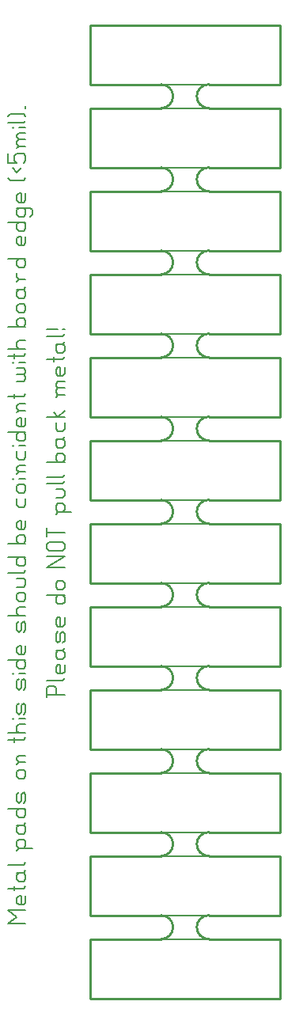
<source format=gbr>
G04 start of page 4 for group 2 idx 2 *
G04 Title: (unknown), outline *
G04 Creator: pcb 4.0.2 *
G04 CreationDate: Thu Feb 25 03:30:48 2021 UTC *
G04 For: petersen *
G04 Format: Gerber/RS-274X *
G04 PCB-Dimensions (mil): 1500.00 4200.00 *
G04 PCB-Coordinate-Origin: lower left *
%MOIN*%
%FSLAX25Y25*%
%LNOUTLINE*%
%ADD27C,0.0094*%
%ADD26C,0.0080*%
%ADD25C,0.0100*%
G54D25*X140000Y250000D02*Y275000D01*
Y215000D02*Y240000D01*
Y180000D02*Y205000D01*
X110000Y275000D02*X140000D01*
X110000Y250000D02*X140000D01*
X110000Y240000D02*X140000D01*
X110000Y215000D02*X140000D01*
X110000Y205000D02*X140000D01*
X110000Y180000D02*X140000D01*
X60000Y415000D02*Y390000D01*
Y380000D02*Y355000D01*
Y345000D02*Y320000D01*
X140000Y415000D02*X60000D01*
Y390000D02*X90000D01*
X60000Y380000D02*X90000D01*
G54D26*X60000Y390000D02*X140000D01*
Y380000D02*X60000D01*
G54D25*Y355000D02*X90000D01*
X60000Y345000D02*X90000D01*
G54D26*X60000Y355000D02*X140000D01*
Y345000D02*X60000D01*
G54D25*X140000Y390000D02*Y415000D01*
X110000Y390000D02*X140000D01*
X110000Y380000D02*X140000D01*
Y285000D02*Y310000D01*
Y355000D02*Y380000D01*
Y320000D02*Y345000D01*
X110000Y355000D02*X140000D01*
X110000Y345000D02*X140000D01*
X60000Y310000D02*Y285000D01*
X90000D01*
X60000Y320000D02*X90000D01*
X110000D02*X140000D01*
G54D26*X60000D02*X140000D01*
G54D25*X60000Y310000D02*X90000D01*
X110000D02*X140000D01*
X110000Y285000D02*X140000D01*
G54D26*X60000D02*X140000D01*
Y310000D02*X60000D01*
Y250000D02*X140000D01*
Y275000D02*X60000D01*
Y215000D02*X140000D01*
X60000Y180000D02*X140000D01*
Y205000D02*X60000D01*
X140000Y240000D02*X60000D01*
G54D25*X140000Y145000D02*Y170000D01*
Y110000D02*Y135000D01*
Y75000D02*Y100000D01*
Y40000D02*Y65000D01*
X110000Y75000D02*X140000D01*
X110000Y65000D02*X140000D01*
G54D26*X60000D01*
G54D25*Y40000D02*X90000D01*
X110000D02*X140000D01*
G54D26*X60000D02*X140000D01*
X60000Y75000D02*X140000D01*
Y100000D02*X60000D01*
G54D25*Y275000D02*Y250000D01*
Y275000D02*X90000D01*
X60000Y250000D02*X90000D01*
X60000Y240000D02*X90000D01*
X60000Y205000D02*Y180000D01*
Y170000D02*Y145000D01*
Y135000D02*Y110000D01*
Y100000D02*Y75000D01*
Y240000D02*Y215000D01*
X90000D01*
X60000Y205000D02*X90000D01*
X60000Y180000D02*X90000D01*
X60000Y65000D02*Y40000D01*
X140000Y5000D02*Y30000D01*
X60000Y5000D02*X140000D01*
X60000Y30000D02*X90000D01*
X110000D02*X140000D01*
G54D26*X60000D01*
G54D25*Y5000D01*
Y110000D02*X90000D01*
X60000Y100000D02*X90000D01*
X60000Y75000D02*X90000D01*
X60000Y65000D02*X90000D01*
X60000Y170000D02*X90000D01*
G54D26*X140000D02*X60000D01*
G54D25*X110000D02*X140000D01*
X110000Y145000D02*X140000D01*
X110000Y135000D02*X140000D01*
X110000Y110000D02*X140000D01*
X110000Y100000D02*X140000D01*
X60000Y145000D02*X90000D01*
X60000Y135000D02*X90000D01*
G54D26*X60000Y145000D02*X140000D01*
X60000Y110000D02*X140000D01*
Y135000D02*X60000D01*
G54D25*X95000Y315000D02*G75*G03X90000Y320000I-5000J0D01*G01*
X95000Y315000D02*G75*G02X90000Y310000I-5000J0D01*G01*
X95000Y280000D02*G75*G03X90000Y285000I-5000J0D01*G01*
X95000Y280000D02*G75*G02X90000Y275000I-5000J0D01*G01*
X105000Y315000D02*G75*G03X110000Y310000I5000J0D01*G01*
X105000Y280000D02*G75*G02X110000Y285000I5000J0D01*G01*
X105000Y280000D02*G75*G03X110000Y275000I5000J0D01*G01*
X105000Y245000D02*G75*G02X110000Y250000I5000J0D01*G01*
X105000Y245000D02*G75*G03X110000Y240000I5000J0D01*G01*
X95000Y350000D02*G75*G03X90000Y355000I-5000J0D01*G01*
X95000Y350000D02*G75*G02X90000Y345000I-5000J0D01*G01*
X105000Y350000D02*G75*G02X110000Y355000I5000J0D01*G01*
X105000Y350000D02*G75*G03X110000Y345000I5000J0D01*G01*
X95000Y385000D02*G75*G03X90000Y390000I-5000J0D01*G01*
X95000Y385000D02*G75*G02X90000Y380000I-5000J0D01*G01*
X105000Y385000D02*G75*G02X110000Y390000I5000J0D01*G01*
X105000Y385000D02*G75*G03X110000Y380000I5000J0D01*G01*
X105000Y315000D02*G75*G02X110000Y320000I5000J0D01*G01*
X95000Y245000D02*G75*G03X90000Y250000I-5000J0D01*G01*
X95000Y245000D02*G75*G02X90000Y240000I-5000J0D01*G01*
X95000Y210000D02*G75*G03X90000Y215000I-5000J0D01*G01*
X95000Y210000D02*G75*G02X90000Y205000I-5000J0D01*G01*
X105000Y210000D02*G75*G02X110000Y215000I5000J0D01*G01*
X105000Y210000D02*G75*G03X110000Y205000I5000J0D01*G01*
X105000Y175000D02*G75*G02X110000Y180000I5000J0D01*G01*
X105000Y175000D02*G75*G03X110000Y170000I5000J0D01*G01*
X95000Y175000D02*G75*G03X90000Y180000I-5000J0D01*G01*
X95000Y175000D02*G75*G02X90000Y170000I-5000J0D01*G01*
X95000Y140000D02*G75*G03X90000Y145000I-5000J0D01*G01*
X95000Y140000D02*G75*G02X90000Y135000I-5000J0D01*G01*
X95000Y105000D02*G75*G03X90000Y110000I-5000J0D01*G01*
X95000Y105000D02*G75*G02X90000Y100000I-5000J0D01*G01*
X105000Y140000D02*G75*G02X110000Y145000I5000J0D01*G01*
X105000Y140000D02*G75*G03X110000Y135000I5000J0D01*G01*
X105000Y105000D02*G75*G02X110000Y110000I5000J0D01*G01*
X105000Y105000D02*G75*G03X110000Y100000I5000J0D01*G01*
X105000Y70000D02*G75*G02X110000Y75000I5000J0D01*G01*
X105000Y70000D02*G75*G03X110000Y65000I5000J0D01*G01*
X95000Y70000D02*G75*G03X90000Y75000I-5000J0D01*G01*
X95000Y70000D02*G75*G02X90000Y65000I-5000J0D01*G01*
X95000Y35000D02*G75*G03X90000Y40000I-5000J0D01*G01*
X95000Y35000D02*G75*G02X90000Y30000I-5000J0D01*G01*
X105000Y35000D02*G75*G02X110000Y40000I5000J0D01*G01*
X105000Y35000D02*G75*G03X110000Y30000I5000J0D01*G01*
G54D26*X25380Y36500D02*X32900D01*
X25380D02*X29140Y39320D01*
X25380Y42140D01*
X32900D01*
Y48156D02*Y45336D01*
X31960Y44396D02*X32900Y45336D01*
X30080Y44396D02*X31960D01*
X30080D02*X29140Y45336D01*
Y47216D02*Y45336D01*
Y47216D02*X30080Y48156D01*
X31020D02*Y44396D01*
X30080Y48156D02*X31020D01*
X25380Y51352D02*X31960D01*
X32900Y52292D01*
X28200D02*Y50412D01*
X29140Y56992D02*X30080Y57932D01*
X29140Y56992D02*Y55112D01*
X30080Y54172D02*X29140Y55112D01*
X30080Y54172D02*X31960D01*
X32900Y55112D01*
X29140Y57932D02*X31960D01*
X32900Y58872D01*
Y56992D02*Y55112D01*
Y56992D02*X31960Y57932D01*
X25380Y61128D02*X31960D01*
X32900Y62068D01*
X30080Y68272D02*X35720D01*
X29140Y67332D02*X30080Y68272D01*
X29140Y69212D01*
Y71092D02*Y69212D01*
Y71092D02*X30080Y72032D01*
X31960D01*
X32900Y71092D02*X31960Y72032D01*
X32900Y71092D02*Y69212D01*
X31960Y68272D02*X32900Y69212D01*
X29140Y77108D02*X30080Y78048D01*
X29140Y77108D02*Y75228D01*
X30080Y74288D02*X29140Y75228D01*
X30080Y74288D02*X31960D01*
X32900Y75228D01*
X29140Y78048D02*X31960D01*
X32900Y78988D01*
Y77108D02*Y75228D01*
Y77108D02*X31960Y78048D01*
X25380Y85004D02*X32900D01*
Y84064D02*X31960Y85004D01*
X32900Y84064D02*Y82184D01*
X31960Y81244D02*X32900Y82184D01*
X30080Y81244D02*X31960D01*
X30080D02*X29140Y82184D01*
Y84064D02*Y82184D01*
Y84064D02*X30080Y85004D01*
X32900Y91020D02*Y88200D01*
Y91020D02*X31960Y91960D01*
X31020Y91020D02*X31960Y91960D01*
X31020Y91020D02*Y88200D01*
X30080Y87260D02*X31020Y88200D01*
X30080Y87260D02*X29140Y88200D01*
Y91020D02*Y88200D01*
Y91020D02*X30080Y91960D01*
X31960Y87260D02*X32900Y88200D01*
X30080Y97600D02*X31960D01*
X30080D02*X29140Y98540D01*
Y100420D02*Y98540D01*
Y100420D02*X30080Y101360D01*
X31960D01*
X32900Y100420D02*X31960Y101360D01*
X32900Y100420D02*Y98540D01*
X31960Y97600D02*X32900Y98540D01*
X30080Y104556D02*X32900D01*
X30080D02*X29140Y105496D01*
Y106436D02*Y105496D01*
Y106436D02*X30080Y107376D01*
X32900D01*
X29140Y103616D02*X30080Y104556D01*
X25380Y113956D02*X31960D01*
X32900Y114896D01*
X28200D02*Y113016D01*
X25380Y116776D02*X32900D01*
X30080D02*X29140Y117716D01*
Y119596D02*Y117716D01*
Y119596D02*X30080Y120536D01*
X32900D01*
G54D27*X27260Y122792D02*X27448D01*
G54D26*X30080D02*X32900D01*
Y128432D02*Y125612D01*
Y128432D02*X31960Y129372D01*
X31020Y128432D02*X31960Y129372D01*
X31020Y128432D02*Y125612D01*
X30080Y124672D02*X31020Y125612D01*
X30080Y124672D02*X29140Y125612D01*
Y128432D02*Y125612D01*
Y128432D02*X30080Y129372D01*
X31960Y124672D02*X32900Y125612D01*
Y138772D02*Y135952D01*
Y138772D02*X31960Y139712D01*
X31020Y138772D02*X31960Y139712D01*
X31020Y138772D02*Y135952D01*
X30080Y135012D02*X31020Y135952D01*
X30080Y135012D02*X29140Y135952D01*
Y138772D02*Y135952D01*
Y138772D02*X30080Y139712D01*
X31960Y135012D02*X32900Y135952D01*
G54D27*X27260Y141968D02*X27448D01*
G54D26*X30080D02*X32900D01*
X25380Y147608D02*X32900D01*
Y146668D02*X31960Y147608D01*
X32900Y146668D02*Y144788D01*
X31960Y143848D02*X32900Y144788D01*
X30080Y143848D02*X31960D01*
X30080D02*X29140Y144788D01*
Y146668D02*Y144788D01*
Y146668D02*X30080Y147608D01*
X32900Y153624D02*Y150804D01*
X31960Y149864D02*X32900Y150804D01*
X30080Y149864D02*X31960D01*
X30080D02*X29140Y150804D01*
Y152684D02*Y150804D01*
Y152684D02*X30080Y153624D01*
X31020D02*Y149864D01*
X30080Y153624D02*X31020D01*
X32900Y163024D02*Y160204D01*
Y163024D02*X31960Y163964D01*
X31020Y163024D02*X31960Y163964D01*
X31020Y163024D02*Y160204D01*
X30080Y159264D02*X31020Y160204D01*
X30080Y159264D02*X29140Y160204D01*
Y163024D02*Y160204D01*
Y163024D02*X30080Y163964D01*
X31960Y159264D02*X32900Y160204D01*
X25380Y166220D02*X32900D01*
X30080D02*X29140Y167160D01*
Y169040D02*Y167160D01*
Y169040D02*X30080Y169980D01*
X32900D01*
X30080Y172236D02*X31960D01*
X30080D02*X29140Y173176D01*
Y175056D02*Y173176D01*
Y175056D02*X30080Y175996D01*
X31960D01*
X32900Y175056D02*X31960Y175996D01*
X32900Y175056D02*Y173176D01*
X31960Y172236D02*X32900Y173176D01*
X29140Y178252D02*X31960D01*
X32900Y179192D01*
Y181072D02*Y179192D01*
Y181072D02*X31960Y182012D01*
X29140D02*X31960D01*
X25380Y184268D02*X31960D01*
X32900Y185208D01*
X25380Y190848D02*X32900D01*
Y189908D02*X31960Y190848D01*
X32900Y189908D02*Y188028D01*
X31960Y187088D02*X32900Y188028D01*
X30080Y187088D02*X31960D01*
X30080D02*X29140Y188028D01*
Y189908D02*Y188028D01*
Y189908D02*X30080Y190848D01*
X25380Y196488D02*X32900D01*
X31960D02*X32900Y197428D01*
Y199308D02*Y197428D01*
Y199308D02*X31960Y200248D01*
X30080D02*X31960D01*
X29140Y199308D02*X30080Y200248D01*
X29140Y199308D02*Y197428D01*
X30080Y196488D02*X29140Y197428D01*
X32900Y206264D02*Y203444D01*
X31960Y202504D02*X32900Y203444D01*
X30080Y202504D02*X31960D01*
X30080D02*X29140Y203444D01*
Y205324D02*Y203444D01*
Y205324D02*X30080Y206264D01*
X31020D02*Y202504D01*
X30080Y206264D02*X31020D01*
X29140Y215664D02*Y212844D01*
X30080Y211904D02*X29140Y212844D01*
X30080Y211904D02*X31960D01*
X32900Y212844D01*
Y215664D02*Y212844D01*
X30080Y217920D02*X31960D01*
X30080D02*X29140Y218860D01*
Y220740D02*Y218860D01*
Y220740D02*X30080Y221680D01*
X31960D01*
X32900Y220740D02*X31960Y221680D01*
X32900Y220740D02*Y218860D01*
X31960Y217920D02*X32900Y218860D01*
G54D27*X27260Y223936D02*X27448D01*
G54D26*X30080D02*X32900D01*
X30080Y226756D02*X32900D01*
X30080D02*X29140Y227696D01*
Y228636D02*Y227696D01*
Y228636D02*X30080Y229576D01*
X32900D01*
X29140Y225816D02*X30080Y226756D01*
X29140Y235592D02*Y232772D01*
X30080Y231832D02*X29140Y232772D01*
X30080Y231832D02*X31960D01*
X32900Y232772D01*
Y235592D02*Y232772D01*
G54D27*X27260Y237848D02*X27448D01*
G54D26*X30080D02*X32900D01*
X25380Y243488D02*X32900D01*
Y242548D02*X31960Y243488D01*
X32900Y242548D02*Y240668D01*
X31960Y239728D02*X32900Y240668D01*
X30080Y239728D02*X31960D01*
X30080D02*X29140Y240668D01*
Y242548D02*Y240668D01*
Y242548D02*X30080Y243488D01*
X32900Y249504D02*Y246684D01*
X31960Y245744D02*X32900Y246684D01*
X30080Y245744D02*X31960D01*
X30080D02*X29140Y246684D01*
Y248564D02*Y246684D01*
Y248564D02*X30080Y249504D01*
X31020D02*Y245744D01*
X30080Y249504D02*X31020D01*
X30080Y252700D02*X32900D01*
X30080D02*X29140Y253640D01*
Y254580D02*Y253640D01*
Y254580D02*X30080Y255520D01*
X32900D01*
X29140Y251760D02*X30080Y252700D01*
X25380Y258716D02*X31960D01*
X32900Y259656D01*
X28200D02*Y257776D01*
X29140Y264920D02*X31960D01*
X32900Y265860D01*
Y266800D02*Y265860D01*
Y266800D02*X31960Y267740D01*
X29140D02*X31960D01*
X32900Y268680D01*
Y269620D02*Y268680D01*
Y269620D02*X31960Y270560D01*
X29140D02*X31960D01*
G54D27*X27260Y272816D02*X27448D01*
G54D26*X30080D02*X32900D01*
X25380Y275636D02*X31960D01*
X32900Y276576D01*
X28200D02*Y274696D01*
X25380Y278456D02*X32900D01*
X30080D02*X29140Y279396D01*
Y281276D02*Y279396D01*
Y281276D02*X30080Y282216D01*
X32900D01*
X25380Y287856D02*X32900D01*
X31960D02*X32900Y288796D01*
Y290676D02*Y288796D01*
Y290676D02*X31960Y291616D01*
X30080D02*X31960D01*
X29140Y290676D02*X30080Y291616D01*
X29140Y290676D02*Y288796D01*
X30080Y287856D02*X29140Y288796D01*
X30080Y293872D02*X31960D01*
X30080D02*X29140Y294812D01*
Y296692D02*Y294812D01*
Y296692D02*X30080Y297632D01*
X31960D01*
X32900Y296692D02*X31960Y297632D01*
X32900Y296692D02*Y294812D01*
X31960Y293872D02*X32900Y294812D01*
X29140Y302708D02*X30080Y303648D01*
X29140Y302708D02*Y300828D01*
X30080Y299888D02*X29140Y300828D01*
X30080Y299888D02*X31960D01*
X32900Y300828D01*
X29140Y303648D02*X31960D01*
X32900Y304588D01*
Y302708D02*Y300828D01*
Y302708D02*X31960Y303648D01*
X30080Y307784D02*X32900D01*
X30080D02*X29140Y308724D01*
Y310604D02*Y308724D01*
Y306844D02*X30080Y307784D01*
X25380Y316620D02*X32900D01*
Y315680D02*X31960Y316620D01*
X32900Y315680D02*Y313800D01*
X31960Y312860D02*X32900Y313800D01*
X30080Y312860D02*X31960D01*
X30080D02*X29140Y313800D01*
Y315680D02*Y313800D01*
Y315680D02*X30080Y316620D01*
X32900Y326020D02*Y323200D01*
X31960Y322260D02*X32900Y323200D01*
X30080Y322260D02*X31960D01*
X30080D02*X29140Y323200D01*
Y325080D02*Y323200D01*
Y325080D02*X30080Y326020D01*
X31020D02*Y322260D01*
X30080Y326020D02*X31020D01*
X25380Y332036D02*X32900D01*
Y331096D02*X31960Y332036D01*
X32900Y331096D02*Y329216D01*
X31960Y328276D02*X32900Y329216D01*
X30080Y328276D02*X31960D01*
X30080D02*X29140Y329216D01*
Y331096D02*Y329216D01*
Y331096D02*X30080Y332036D01*
X29140Y337112D02*X30080Y338052D01*
X29140Y337112D02*Y335232D01*
X30080Y334292D02*X29140Y335232D01*
X30080Y334292D02*X31960D01*
X32900Y335232D01*
Y337112D02*Y335232D01*
Y337112D02*X31960Y338052D01*
X34780Y334292D02*X35720Y335232D01*
Y337112D02*Y335232D01*
Y337112D02*X34780Y338052D01*
X29140D02*X34780D01*
X32900Y344068D02*Y341248D01*
X31960Y340308D02*X32900Y341248D01*
X30080Y340308D02*X31960D01*
X30080D02*X29140Y341248D01*
Y343128D02*Y341248D01*
Y343128D02*X30080Y344068D01*
X31020D02*Y340308D01*
X30080Y344068D02*X31020D01*
X31960Y349708D02*X32900Y350648D01*
X26320Y349708D02*X25380Y350648D01*
X26320Y349708D02*X31960D01*
X29140Y352904D02*X27260Y354784D01*
X29140Y352904D02*X31020Y354784D01*
X25380Y360800D02*Y357040D01*
X29140D01*
X28200Y357980D01*
Y359860D02*Y357980D01*
Y359860D02*X29140Y360800D01*
X31960D01*
X32900Y359860D02*X31960Y360800D01*
X32900Y359860D02*Y357980D01*
X31960Y357040D02*X32900Y357980D01*
X30080Y363996D02*X32900D01*
X30080D02*X29140Y364936D01*
Y365876D02*Y364936D01*
Y365876D02*X30080Y366816D01*
X32900D01*
X30080D02*X29140Y367756D01*
Y368696D02*Y367756D01*
Y368696D02*X30080Y369636D01*
X32900D01*
X29140Y363056D02*X30080Y363996D01*
G54D27*X27260Y371892D02*X27448D01*
G54D26*X30080D02*X32900D01*
X25380Y373772D02*X31960D01*
X32900Y374712D01*
X25380Y376592D02*X26320Y377532D01*
X31960D01*
X32900Y376592D02*X31960Y377532D01*
X32900Y380728D02*Y379788D01*
X41880Y132940D02*X49400D01*
X41880Y135760D02*Y132000D01*
Y135760D02*X42820Y136700D01*
X44700D01*
X45640Y135760D02*X44700Y136700D01*
X45640Y135760D02*Y132940D01*
X41880Y138956D02*X48460D01*
X49400Y139896D01*
Y145536D02*Y142716D01*
X48460Y141776D02*X49400Y142716D01*
X46580Y141776D02*X48460D01*
X46580D02*X45640Y142716D01*
Y144596D02*Y142716D01*
Y144596D02*X46580Y145536D01*
X47520D02*Y141776D01*
X46580Y145536D02*X47520D01*
X45640Y150612D02*X46580Y151552D01*
X45640Y150612D02*Y148732D01*
X46580Y147792D02*X45640Y148732D01*
X46580Y147792D02*X48460D01*
X49400Y148732D01*
X45640Y151552D02*X48460D01*
X49400Y152492D01*
Y150612D02*Y148732D01*
Y150612D02*X48460Y151552D01*
X49400Y158508D02*Y155688D01*
Y158508D02*X48460Y159448D01*
X47520Y158508D02*X48460Y159448D01*
X47520Y158508D02*Y155688D01*
X46580Y154748D02*X47520Y155688D01*
X46580Y154748D02*X45640Y155688D01*
Y158508D02*Y155688D01*
Y158508D02*X46580Y159448D01*
X48460Y154748D02*X49400Y155688D01*
Y165464D02*Y162644D01*
X48460Y161704D02*X49400Y162644D01*
X46580Y161704D02*X48460D01*
X46580D02*X45640Y162644D01*
Y164524D02*Y162644D01*
Y164524D02*X46580Y165464D01*
X47520D02*Y161704D01*
X46580Y165464D02*X47520D01*
X41880Y174864D02*X49400D01*
Y173924D02*X48460Y174864D01*
X49400Y173924D02*Y172044D01*
X48460Y171104D02*X49400Y172044D01*
X46580Y171104D02*X48460D01*
X46580D02*X45640Y172044D01*
Y173924D02*Y172044D01*
Y173924D02*X46580Y174864D01*
Y177120D02*X48460D01*
X46580D02*X45640Y178060D01*
Y179940D02*Y178060D01*
Y179940D02*X46580Y180880D01*
X48460D01*
X49400Y179940D02*X48460Y180880D01*
X49400Y179940D02*Y178060D01*
X48460Y177120D02*X49400Y178060D01*
X41880Y186520D02*X49400D01*
X41880D02*X49400Y191220D01*
X41880D02*X49400D01*
X42820Y193476D02*X48460D01*
X42820D02*X41880Y194416D01*
Y196296D02*Y194416D01*
Y196296D02*X42820Y197236D01*
X48460D01*
X49400Y196296D02*X48460Y197236D01*
X49400Y196296D02*Y194416D01*
X48460Y193476D02*X49400Y194416D01*
X41880Y203252D02*Y199492D01*
Y201372D02*X49400D01*
X46580Y209832D02*X52220D01*
X45640Y208892D02*X46580Y209832D01*
X45640Y210772D01*
Y212652D02*Y210772D01*
Y212652D02*X46580Y213592D01*
X48460D01*
X49400Y212652D02*X48460Y213592D01*
X49400Y212652D02*Y210772D01*
X48460Y209832D02*X49400Y210772D01*
X45640Y215848D02*X48460D01*
X49400Y216788D01*
Y218668D02*Y216788D01*
Y218668D02*X48460Y219608D01*
X45640D02*X48460D01*
X41880Y221864D02*X48460D01*
X49400Y222804D01*
X41880Y224684D02*X48460D01*
X49400Y225624D01*
X41880Y230888D02*X49400D01*
X48460D02*X49400Y231828D01*
Y233708D02*Y231828D01*
Y233708D02*X48460Y234648D01*
X46580D02*X48460D01*
X45640Y233708D02*X46580Y234648D01*
X45640Y233708D02*Y231828D01*
X46580Y230888D02*X45640Y231828D01*
Y239724D02*X46580Y240664D01*
X45640Y239724D02*Y237844D01*
X46580Y236904D02*X45640Y237844D01*
X46580Y236904D02*X48460D01*
X49400Y237844D01*
X45640Y240664D02*X48460D01*
X49400Y241604D01*
Y239724D02*Y237844D01*
Y239724D02*X48460Y240664D01*
X45640Y247620D02*Y244800D01*
X46580Y243860D02*X45640Y244800D01*
X46580Y243860D02*X48460D01*
X49400Y244800D01*
Y247620D02*Y244800D01*
X41880Y249876D02*X49400D01*
X46580D02*X49400Y252696D01*
X46580Y249876D02*X44700Y251756D01*
X46580Y259276D02*X49400D01*
X46580D02*X45640Y260216D01*
Y261156D02*Y260216D01*
Y261156D02*X46580Y262096D01*
X49400D01*
X46580D02*X45640Y263036D01*
Y263976D02*Y263036D01*
Y263976D02*X46580Y264916D01*
X49400D01*
X45640Y258336D02*X46580Y259276D01*
X49400Y270932D02*Y268112D01*
X48460Y267172D02*X49400Y268112D01*
X46580Y267172D02*X48460D01*
X46580D02*X45640Y268112D01*
Y269992D02*Y268112D01*
Y269992D02*X46580Y270932D01*
X47520D02*Y267172D01*
X46580Y270932D02*X47520D01*
X41880Y274128D02*X48460D01*
X49400Y275068D01*
X44700D02*Y273188D01*
X45640Y279768D02*X46580Y280708D01*
X45640Y279768D02*Y277888D01*
X46580Y276948D02*X45640Y277888D01*
X46580Y276948D02*X48460D01*
X49400Y277888D01*
X45640Y280708D02*X48460D01*
X49400Y281648D01*
Y279768D02*Y277888D01*
Y279768D02*X48460Y280708D01*
X41880Y283904D02*X48460D01*
X49400Y284844D01*
X48460Y286724D02*X49400D01*
X41880D02*X46580D01*
M02*

</source>
